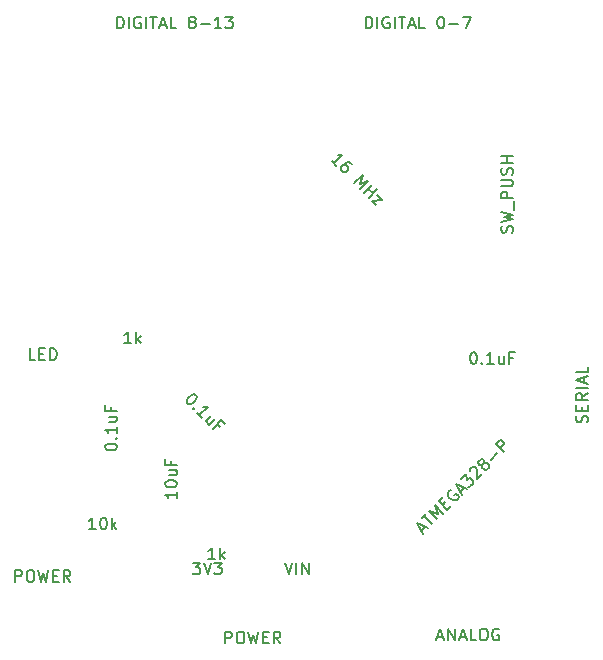
<source format=gbr>
G04 #@! TF.FileFunction,Other,Fab,Top*
%FSLAX46Y46*%
G04 Gerber Fmt 4.6, Leading zero omitted, Abs format (unit mm)*
G04 Created by KiCad (PCBNEW 4.0.3+e1-6302~38~ubuntu16.04.1-stable) date Mon Aug  8 19:29:20 2016*
%MOMM*%
%LPD*%
G01*
G04 APERTURE LIST*
%ADD10C,0.100000*%
%ADD11C,0.150000*%
G04 APERTURE END LIST*
D10*
D11*
X153978138Y-118672566D02*
X154314856Y-118335848D01*
X154112825Y-118941940D02*
X153641420Y-117999131D01*
X154584229Y-118470535D01*
X154011810Y-117628741D02*
X154415871Y-117224680D01*
X154920947Y-118133818D02*
X154213840Y-117426711D01*
X155358680Y-117696085D02*
X154651573Y-116988978D01*
X155392352Y-117258352D01*
X155122978Y-116517573D01*
X155830084Y-117224680D01*
X155796412Y-116517573D02*
X156032115Y-116281870D01*
X156503519Y-116551245D02*
X156166802Y-116887963D01*
X155459695Y-116180856D01*
X155796413Y-115844138D01*
X156503519Y-115204375D02*
X156402504Y-115238046D01*
X156301489Y-115339062D01*
X156234145Y-115473749D01*
X156234145Y-115608436D01*
X156267817Y-115709451D01*
X156368832Y-115877810D01*
X156469848Y-115978826D01*
X156638206Y-116079841D01*
X156739222Y-116113513D01*
X156873908Y-116113513D01*
X157008596Y-116046168D01*
X157075939Y-115978825D01*
X157143283Y-115844138D01*
X157143283Y-115776795D01*
X156907581Y-115541093D01*
X156772894Y-115675779D01*
X157277970Y-115372734D02*
X157614688Y-115036016D01*
X157412657Y-115642108D02*
X156941252Y-114699299D01*
X157884061Y-115170703D01*
X157345313Y-114295238D02*
X157783046Y-113857505D01*
X157816717Y-114362581D01*
X157917733Y-114261565D01*
X158018748Y-114227894D01*
X158086092Y-114227894D01*
X158187107Y-114261566D01*
X158355466Y-114429925D01*
X158389138Y-114530940D01*
X158389138Y-114598283D01*
X158355466Y-114699298D01*
X158153435Y-114901329D01*
X158052420Y-114935001D01*
X157985076Y-114935001D01*
X158119763Y-113655474D02*
X158119763Y-113588131D01*
X158153435Y-113487116D01*
X158321794Y-113318756D01*
X158422810Y-113285085D01*
X158490153Y-113285085D01*
X158591168Y-113318756D01*
X158658512Y-113386100D01*
X158725855Y-113520787D01*
X158725855Y-114328909D01*
X159163588Y-113891176D01*
X159163587Y-113083054D02*
X159062572Y-113116726D01*
X158995229Y-113116726D01*
X158894214Y-113083054D01*
X158860542Y-113049383D01*
X158826870Y-112948368D01*
X158826870Y-112881024D01*
X158860542Y-112780009D01*
X158995229Y-112645321D01*
X159096245Y-112611650D01*
X159163588Y-112611650D01*
X159264603Y-112645321D01*
X159298275Y-112678993D01*
X159331947Y-112780008D01*
X159331947Y-112847352D01*
X159298275Y-112948367D01*
X159163587Y-113083054D01*
X159129916Y-113184070D01*
X159129916Y-113251413D01*
X159163588Y-113352429D01*
X159298275Y-113487116D01*
X159399290Y-113520787D01*
X159466633Y-113520787D01*
X159567649Y-113487116D01*
X159702336Y-113352428D01*
X159736008Y-113251413D01*
X159736008Y-113184070D01*
X159702336Y-113083054D01*
X159567649Y-112948368D01*
X159466633Y-112914695D01*
X159399290Y-112914695D01*
X159298275Y-112948367D01*
X159870695Y-112645322D02*
X160409443Y-112106574D01*
X161015534Y-112039230D02*
X160308427Y-111332124D01*
X160577802Y-111062749D01*
X160678817Y-111029077D01*
X160746160Y-111029077D01*
X160847175Y-111062749D01*
X160948190Y-111163764D01*
X160981862Y-111264780D01*
X160981862Y-111332123D01*
X160948190Y-111433138D01*
X160678816Y-111702513D01*
X127214381Y-111624857D02*
X127214381Y-111529618D01*
X127262000Y-111434380D01*
X127309619Y-111386761D01*
X127404857Y-111339142D01*
X127595333Y-111291523D01*
X127833429Y-111291523D01*
X128023905Y-111339142D01*
X128119143Y-111386761D01*
X128166762Y-111434380D01*
X128214381Y-111529618D01*
X128214381Y-111624857D01*
X128166762Y-111720095D01*
X128119143Y-111767714D01*
X128023905Y-111815333D01*
X127833429Y-111862952D01*
X127595333Y-111862952D01*
X127404857Y-111815333D01*
X127309619Y-111767714D01*
X127262000Y-111720095D01*
X127214381Y-111624857D01*
X128119143Y-110862952D02*
X128166762Y-110815333D01*
X128214381Y-110862952D01*
X128166762Y-110910571D01*
X128119143Y-110862952D01*
X128214381Y-110862952D01*
X128214381Y-109862952D02*
X128214381Y-110434381D01*
X128214381Y-110148667D02*
X127214381Y-110148667D01*
X127357238Y-110243905D01*
X127452476Y-110339143D01*
X127500095Y-110434381D01*
X127547714Y-109005809D02*
X128214381Y-109005809D01*
X127547714Y-109434381D02*
X128071524Y-109434381D01*
X128166762Y-109386762D01*
X128214381Y-109291524D01*
X128214381Y-109148666D01*
X128166762Y-109053428D01*
X128119143Y-109005809D01*
X127690571Y-108196285D02*
X127690571Y-108529619D01*
X128214381Y-108529619D02*
X127214381Y-108529619D01*
X127214381Y-108053428D01*
X133296921Y-115371428D02*
X133296921Y-115942857D01*
X133296921Y-115657143D02*
X132296921Y-115657143D01*
X132439778Y-115752381D01*
X132535016Y-115847619D01*
X132582635Y-115942857D01*
X132296921Y-114752381D02*
X132296921Y-114657142D01*
X132344540Y-114561904D01*
X132392159Y-114514285D01*
X132487397Y-114466666D01*
X132677873Y-114419047D01*
X132915969Y-114419047D01*
X133106445Y-114466666D01*
X133201683Y-114514285D01*
X133249302Y-114561904D01*
X133296921Y-114657142D01*
X133296921Y-114752381D01*
X133249302Y-114847619D01*
X133201683Y-114895238D01*
X133106445Y-114942857D01*
X132915969Y-114990476D01*
X132677873Y-114990476D01*
X132487397Y-114942857D01*
X132392159Y-114895238D01*
X132344540Y-114847619D01*
X132296921Y-114752381D01*
X132630254Y-113561904D02*
X133296921Y-113561904D01*
X132630254Y-113990476D02*
X133154064Y-113990476D01*
X133249302Y-113942857D01*
X133296921Y-113847619D01*
X133296921Y-113704761D01*
X133249302Y-113609523D01*
X133201683Y-113561904D01*
X132773111Y-112752380D02*
X132773111Y-113085714D01*
X133296921Y-113085714D02*
X132296921Y-113085714D01*
X132296921Y-112609523D01*
X158357143Y-103552381D02*
X158452382Y-103552381D01*
X158547620Y-103600000D01*
X158595239Y-103647619D01*
X158642858Y-103742857D01*
X158690477Y-103933333D01*
X158690477Y-104171429D01*
X158642858Y-104361905D01*
X158595239Y-104457143D01*
X158547620Y-104504762D01*
X158452382Y-104552381D01*
X158357143Y-104552381D01*
X158261905Y-104504762D01*
X158214286Y-104457143D01*
X158166667Y-104361905D01*
X158119048Y-104171429D01*
X158119048Y-103933333D01*
X158166667Y-103742857D01*
X158214286Y-103647619D01*
X158261905Y-103600000D01*
X158357143Y-103552381D01*
X159119048Y-104457143D02*
X159166667Y-104504762D01*
X159119048Y-104552381D01*
X159071429Y-104504762D01*
X159119048Y-104457143D01*
X159119048Y-104552381D01*
X160119048Y-104552381D02*
X159547619Y-104552381D01*
X159833333Y-104552381D02*
X159833333Y-103552381D01*
X159738095Y-103695238D01*
X159642857Y-103790476D01*
X159547619Y-103838095D01*
X160976191Y-103885714D02*
X160976191Y-104552381D01*
X160547619Y-103885714D02*
X160547619Y-104409524D01*
X160595238Y-104504762D01*
X160690476Y-104552381D01*
X160833334Y-104552381D01*
X160928572Y-104504762D01*
X160976191Y-104457143D01*
X161785715Y-104028571D02*
X161452381Y-104028571D01*
X161452381Y-104552381D02*
X161452381Y-103552381D01*
X161928572Y-103552381D01*
X121307143Y-104232381D02*
X120830952Y-104232381D01*
X120830952Y-103232381D01*
X121640476Y-103708571D02*
X121973810Y-103708571D01*
X122116667Y-104232381D02*
X121640476Y-104232381D01*
X121640476Y-103232381D01*
X122116667Y-103232381D01*
X122545238Y-104232381D02*
X122545238Y-103232381D01*
X122783333Y-103232381D01*
X122926191Y-103280000D01*
X123021429Y-103375238D01*
X123069048Y-103470476D01*
X123116667Y-103660952D01*
X123116667Y-103803810D01*
X123069048Y-103994286D01*
X123021429Y-104089524D01*
X122926191Y-104184762D01*
X122783333Y-104232381D01*
X122545238Y-104232381D01*
X119610476Y-123007381D02*
X119610476Y-122007381D01*
X119991429Y-122007381D01*
X120086667Y-122055000D01*
X120134286Y-122102619D01*
X120181905Y-122197857D01*
X120181905Y-122340714D01*
X120134286Y-122435952D01*
X120086667Y-122483571D01*
X119991429Y-122531190D01*
X119610476Y-122531190D01*
X120800952Y-122007381D02*
X120991429Y-122007381D01*
X121086667Y-122055000D01*
X121181905Y-122150238D01*
X121229524Y-122340714D01*
X121229524Y-122674048D01*
X121181905Y-122864524D01*
X121086667Y-122959762D01*
X120991429Y-123007381D01*
X120800952Y-123007381D01*
X120705714Y-122959762D01*
X120610476Y-122864524D01*
X120562857Y-122674048D01*
X120562857Y-122340714D01*
X120610476Y-122150238D01*
X120705714Y-122055000D01*
X120800952Y-122007381D01*
X121562857Y-122007381D02*
X121800952Y-123007381D01*
X121991429Y-122293095D01*
X122181905Y-123007381D01*
X122420000Y-122007381D01*
X122800952Y-122483571D02*
X123134286Y-122483571D01*
X123277143Y-123007381D02*
X122800952Y-123007381D01*
X122800952Y-122007381D01*
X123277143Y-122007381D01*
X124277143Y-123007381D02*
X123943809Y-122531190D01*
X123705714Y-123007381D02*
X123705714Y-122007381D01*
X124086667Y-122007381D01*
X124181905Y-122055000D01*
X124229524Y-122102619D01*
X124277143Y-122197857D01*
X124277143Y-122340714D01*
X124229524Y-122435952D01*
X124181905Y-122483571D01*
X124086667Y-122531190D01*
X123705714Y-122531190D01*
X137390476Y-128214381D02*
X137390476Y-127214381D01*
X137771429Y-127214381D01*
X137866667Y-127262000D01*
X137914286Y-127309619D01*
X137961905Y-127404857D01*
X137961905Y-127547714D01*
X137914286Y-127642952D01*
X137866667Y-127690571D01*
X137771429Y-127738190D01*
X137390476Y-127738190D01*
X138580952Y-127214381D02*
X138771429Y-127214381D01*
X138866667Y-127262000D01*
X138961905Y-127357238D01*
X139009524Y-127547714D01*
X139009524Y-127881048D01*
X138961905Y-128071524D01*
X138866667Y-128166762D01*
X138771429Y-128214381D01*
X138580952Y-128214381D01*
X138485714Y-128166762D01*
X138390476Y-128071524D01*
X138342857Y-127881048D01*
X138342857Y-127547714D01*
X138390476Y-127357238D01*
X138485714Y-127262000D01*
X138580952Y-127214381D01*
X139342857Y-127214381D02*
X139580952Y-128214381D01*
X139771429Y-127500095D01*
X139961905Y-128214381D01*
X140200000Y-127214381D01*
X140580952Y-127690571D02*
X140914286Y-127690571D01*
X141057143Y-128214381D02*
X140580952Y-128214381D01*
X140580952Y-127214381D01*
X141057143Y-127214381D01*
X142057143Y-128214381D02*
X141723809Y-127738190D01*
X141485714Y-128214381D02*
X141485714Y-127214381D01*
X141866667Y-127214381D01*
X141961905Y-127262000D01*
X142009524Y-127309619D01*
X142057143Y-127404857D01*
X142057143Y-127547714D01*
X142009524Y-127642952D01*
X141961905Y-127690571D01*
X141866667Y-127738190D01*
X141485714Y-127738190D01*
X155368952Y-127674667D02*
X155845143Y-127674667D01*
X155273714Y-127960381D02*
X155607047Y-126960381D01*
X155940381Y-127960381D01*
X156273714Y-127960381D02*
X156273714Y-126960381D01*
X156845143Y-127960381D01*
X156845143Y-126960381D01*
X157273714Y-127674667D02*
X157749905Y-127674667D01*
X157178476Y-127960381D02*
X157511809Y-126960381D01*
X157845143Y-127960381D01*
X158654667Y-127960381D02*
X158178476Y-127960381D01*
X158178476Y-126960381D01*
X159178476Y-126960381D02*
X159368953Y-126960381D01*
X159464191Y-127008000D01*
X159559429Y-127103238D01*
X159607048Y-127293714D01*
X159607048Y-127627048D01*
X159559429Y-127817524D01*
X159464191Y-127912762D01*
X159368953Y-127960381D01*
X159178476Y-127960381D01*
X159083238Y-127912762D01*
X158988000Y-127817524D01*
X158940381Y-127627048D01*
X158940381Y-127293714D01*
X158988000Y-127103238D01*
X159083238Y-127008000D01*
X159178476Y-126960381D01*
X160559429Y-127008000D02*
X160464191Y-126960381D01*
X160321334Y-126960381D01*
X160178476Y-127008000D01*
X160083238Y-127103238D01*
X160035619Y-127198476D01*
X159988000Y-127388952D01*
X159988000Y-127531810D01*
X160035619Y-127722286D01*
X160083238Y-127817524D01*
X160178476Y-127912762D01*
X160321334Y-127960381D01*
X160416572Y-127960381D01*
X160559429Y-127912762D01*
X160607048Y-127865143D01*
X160607048Y-127531810D01*
X160416572Y-127531810D01*
X168044762Y-109497524D02*
X168092381Y-109354667D01*
X168092381Y-109116571D01*
X168044762Y-109021333D01*
X167997143Y-108973714D01*
X167901905Y-108926095D01*
X167806667Y-108926095D01*
X167711429Y-108973714D01*
X167663810Y-109021333D01*
X167616190Y-109116571D01*
X167568571Y-109307048D01*
X167520952Y-109402286D01*
X167473333Y-109449905D01*
X167378095Y-109497524D01*
X167282857Y-109497524D01*
X167187619Y-109449905D01*
X167140000Y-109402286D01*
X167092381Y-109307048D01*
X167092381Y-109068952D01*
X167140000Y-108926095D01*
X167568571Y-108497524D02*
X167568571Y-108164190D01*
X168092381Y-108021333D02*
X168092381Y-108497524D01*
X167092381Y-108497524D01*
X167092381Y-108021333D01*
X168092381Y-107021333D02*
X167616190Y-107354667D01*
X168092381Y-107592762D02*
X167092381Y-107592762D01*
X167092381Y-107211809D01*
X167140000Y-107116571D01*
X167187619Y-107068952D01*
X167282857Y-107021333D01*
X167425714Y-107021333D01*
X167520952Y-107068952D01*
X167568571Y-107116571D01*
X167616190Y-107211809D01*
X167616190Y-107592762D01*
X168092381Y-106592762D02*
X167092381Y-106592762D01*
X167806667Y-106164191D02*
X167806667Y-105688000D01*
X168092381Y-106259429D02*
X167092381Y-105926096D01*
X168092381Y-105592762D01*
X168092381Y-104783238D02*
X168092381Y-105259429D01*
X167092381Y-105259429D01*
X149265238Y-76144381D02*
X149265238Y-75144381D01*
X149503333Y-75144381D01*
X149646191Y-75192000D01*
X149741429Y-75287238D01*
X149789048Y-75382476D01*
X149836667Y-75572952D01*
X149836667Y-75715810D01*
X149789048Y-75906286D01*
X149741429Y-76001524D01*
X149646191Y-76096762D01*
X149503333Y-76144381D01*
X149265238Y-76144381D01*
X150265238Y-76144381D02*
X150265238Y-75144381D01*
X151265238Y-75192000D02*
X151170000Y-75144381D01*
X151027143Y-75144381D01*
X150884285Y-75192000D01*
X150789047Y-75287238D01*
X150741428Y-75382476D01*
X150693809Y-75572952D01*
X150693809Y-75715810D01*
X150741428Y-75906286D01*
X150789047Y-76001524D01*
X150884285Y-76096762D01*
X151027143Y-76144381D01*
X151122381Y-76144381D01*
X151265238Y-76096762D01*
X151312857Y-76049143D01*
X151312857Y-75715810D01*
X151122381Y-75715810D01*
X151741428Y-76144381D02*
X151741428Y-75144381D01*
X152074761Y-75144381D02*
X152646190Y-75144381D01*
X152360475Y-76144381D02*
X152360475Y-75144381D01*
X152931904Y-75858667D02*
X153408095Y-75858667D01*
X152836666Y-76144381D02*
X153169999Y-75144381D01*
X153503333Y-76144381D01*
X154312857Y-76144381D02*
X153836666Y-76144381D01*
X153836666Y-75144381D01*
X155598571Y-75144381D02*
X155693810Y-75144381D01*
X155789048Y-75192000D01*
X155836667Y-75239619D01*
X155884286Y-75334857D01*
X155931905Y-75525333D01*
X155931905Y-75763429D01*
X155884286Y-75953905D01*
X155836667Y-76049143D01*
X155789048Y-76096762D01*
X155693810Y-76144381D01*
X155598571Y-76144381D01*
X155503333Y-76096762D01*
X155455714Y-76049143D01*
X155408095Y-75953905D01*
X155360476Y-75763429D01*
X155360476Y-75525333D01*
X155408095Y-75334857D01*
X155455714Y-75239619D01*
X155503333Y-75192000D01*
X155598571Y-75144381D01*
X156360476Y-75763429D02*
X157122381Y-75763429D01*
X157503333Y-75144381D02*
X158170000Y-75144381D01*
X157741428Y-76144381D01*
X128215048Y-76144381D02*
X128215048Y-75144381D01*
X128453143Y-75144381D01*
X128596001Y-75192000D01*
X128691239Y-75287238D01*
X128738858Y-75382476D01*
X128786477Y-75572952D01*
X128786477Y-75715810D01*
X128738858Y-75906286D01*
X128691239Y-76001524D01*
X128596001Y-76096762D01*
X128453143Y-76144381D01*
X128215048Y-76144381D01*
X129215048Y-76144381D02*
X129215048Y-75144381D01*
X130215048Y-75192000D02*
X130119810Y-75144381D01*
X129976953Y-75144381D01*
X129834095Y-75192000D01*
X129738857Y-75287238D01*
X129691238Y-75382476D01*
X129643619Y-75572952D01*
X129643619Y-75715810D01*
X129691238Y-75906286D01*
X129738857Y-76001524D01*
X129834095Y-76096762D01*
X129976953Y-76144381D01*
X130072191Y-76144381D01*
X130215048Y-76096762D01*
X130262667Y-76049143D01*
X130262667Y-75715810D01*
X130072191Y-75715810D01*
X130691238Y-76144381D02*
X130691238Y-75144381D01*
X131024571Y-75144381D02*
X131596000Y-75144381D01*
X131310285Y-76144381D02*
X131310285Y-75144381D01*
X131881714Y-75858667D02*
X132357905Y-75858667D01*
X131786476Y-76144381D02*
X132119809Y-75144381D01*
X132453143Y-76144381D01*
X133262667Y-76144381D02*
X132786476Y-76144381D01*
X132786476Y-75144381D01*
X134500762Y-75572952D02*
X134405524Y-75525333D01*
X134357905Y-75477714D01*
X134310286Y-75382476D01*
X134310286Y-75334857D01*
X134357905Y-75239619D01*
X134405524Y-75192000D01*
X134500762Y-75144381D01*
X134691239Y-75144381D01*
X134786477Y-75192000D01*
X134834096Y-75239619D01*
X134881715Y-75334857D01*
X134881715Y-75382476D01*
X134834096Y-75477714D01*
X134786477Y-75525333D01*
X134691239Y-75572952D01*
X134500762Y-75572952D01*
X134405524Y-75620571D01*
X134357905Y-75668190D01*
X134310286Y-75763429D01*
X134310286Y-75953905D01*
X134357905Y-76049143D01*
X134405524Y-76096762D01*
X134500762Y-76144381D01*
X134691239Y-76144381D01*
X134786477Y-76096762D01*
X134834096Y-76049143D01*
X134881715Y-75953905D01*
X134881715Y-75763429D01*
X134834096Y-75668190D01*
X134786477Y-75620571D01*
X134691239Y-75572952D01*
X135310286Y-75763429D02*
X136072191Y-75763429D01*
X137072191Y-76144381D02*
X136500762Y-76144381D01*
X136786476Y-76144381D02*
X136786476Y-75144381D01*
X136691238Y-75287238D01*
X136596000Y-75382476D01*
X136500762Y-75430095D01*
X137405524Y-75144381D02*
X138024572Y-75144381D01*
X137691238Y-75525333D01*
X137834096Y-75525333D01*
X137929334Y-75572952D01*
X137976953Y-75620571D01*
X138024572Y-75715810D01*
X138024572Y-75953905D01*
X137976953Y-76049143D01*
X137929334Y-76096762D01*
X137834096Y-76144381D01*
X137548381Y-76144381D01*
X137453143Y-76096762D01*
X137405524Y-76049143D01*
X134651905Y-121372381D02*
X135270953Y-121372381D01*
X134937619Y-121753333D01*
X135080477Y-121753333D01*
X135175715Y-121800952D01*
X135223334Y-121848571D01*
X135270953Y-121943810D01*
X135270953Y-122181905D01*
X135223334Y-122277143D01*
X135175715Y-122324762D01*
X135080477Y-122372381D01*
X134794762Y-122372381D01*
X134699524Y-122324762D01*
X134651905Y-122277143D01*
X135556667Y-121372381D02*
X135890000Y-122372381D01*
X136223334Y-121372381D01*
X136461429Y-121372381D02*
X137080477Y-121372381D01*
X136747143Y-121753333D01*
X136890001Y-121753333D01*
X136985239Y-121800952D01*
X137032858Y-121848571D01*
X137080477Y-121943810D01*
X137080477Y-122181905D01*
X137032858Y-122277143D01*
X136985239Y-122324762D01*
X136890001Y-122372381D01*
X136604286Y-122372381D01*
X136509048Y-122324762D01*
X136461429Y-122277143D01*
X142414762Y-121372381D02*
X142748095Y-122372381D01*
X143081429Y-121372381D01*
X143414762Y-122372381D02*
X143414762Y-121372381D01*
X143890952Y-122372381D02*
X143890952Y-121372381D01*
X144462381Y-122372381D01*
X144462381Y-121372381D01*
X129420953Y-102814381D02*
X128849524Y-102814381D01*
X129135238Y-102814381D02*
X129135238Y-101814381D01*
X129040000Y-101957238D01*
X128944762Y-102052476D01*
X128849524Y-102100095D01*
X129849524Y-102814381D02*
X129849524Y-101814381D01*
X129944762Y-102433429D02*
X130230477Y-102814381D01*
X130230477Y-102147714D02*
X129849524Y-102528667D01*
X136532953Y-121102381D02*
X135961524Y-121102381D01*
X136247238Y-121102381D02*
X136247238Y-120102381D01*
X136152000Y-120245238D01*
X136056762Y-120340476D01*
X135961524Y-120388095D01*
X136961524Y-121102381D02*
X136961524Y-120102381D01*
X137056762Y-120721429D02*
X137342477Y-121102381D01*
X137342477Y-120435714D02*
X136961524Y-120816667D01*
X126404762Y-118562381D02*
X125833333Y-118562381D01*
X126119047Y-118562381D02*
X126119047Y-117562381D01*
X126023809Y-117705238D01*
X125928571Y-117800476D01*
X125833333Y-117848095D01*
X127023809Y-117562381D02*
X127119048Y-117562381D01*
X127214286Y-117610000D01*
X127261905Y-117657619D01*
X127309524Y-117752857D01*
X127357143Y-117943333D01*
X127357143Y-118181429D01*
X127309524Y-118371905D01*
X127261905Y-118467143D01*
X127214286Y-118514762D01*
X127119048Y-118562381D01*
X127023809Y-118562381D01*
X126928571Y-118514762D01*
X126880952Y-118467143D01*
X126833333Y-118371905D01*
X126785714Y-118181429D01*
X126785714Y-117943333D01*
X126833333Y-117752857D01*
X126880952Y-117657619D01*
X126928571Y-117610000D01*
X127023809Y-117562381D01*
X127785714Y-118562381D02*
X127785714Y-117562381D01*
X127880952Y-118181429D02*
X128166667Y-118562381D01*
X128166667Y-117895714D02*
X127785714Y-118276667D01*
X161694762Y-93431905D02*
X161742381Y-93289048D01*
X161742381Y-93050952D01*
X161694762Y-92955714D01*
X161647143Y-92908095D01*
X161551905Y-92860476D01*
X161456667Y-92860476D01*
X161361429Y-92908095D01*
X161313810Y-92955714D01*
X161266190Y-93050952D01*
X161218571Y-93241429D01*
X161170952Y-93336667D01*
X161123333Y-93384286D01*
X161028095Y-93431905D01*
X160932857Y-93431905D01*
X160837619Y-93384286D01*
X160790000Y-93336667D01*
X160742381Y-93241429D01*
X160742381Y-93003333D01*
X160790000Y-92860476D01*
X160742381Y-92527143D02*
X161742381Y-92289048D01*
X161028095Y-92098571D01*
X161742381Y-91908095D01*
X160742381Y-91670000D01*
X161837619Y-91527143D02*
X161837619Y-90765238D01*
X161742381Y-90527143D02*
X160742381Y-90527143D01*
X160742381Y-90146190D01*
X160790000Y-90050952D01*
X160837619Y-90003333D01*
X160932857Y-89955714D01*
X161075714Y-89955714D01*
X161170952Y-90003333D01*
X161218571Y-90050952D01*
X161266190Y-90146190D01*
X161266190Y-90527143D01*
X160742381Y-89527143D02*
X161551905Y-89527143D01*
X161647143Y-89479524D01*
X161694762Y-89431905D01*
X161742381Y-89336667D01*
X161742381Y-89146190D01*
X161694762Y-89050952D01*
X161647143Y-89003333D01*
X161551905Y-88955714D01*
X160742381Y-88955714D01*
X161694762Y-88527143D02*
X161742381Y-88384286D01*
X161742381Y-88146190D01*
X161694762Y-88050952D01*
X161647143Y-88003333D01*
X161551905Y-87955714D01*
X161456667Y-87955714D01*
X161361429Y-88003333D01*
X161313810Y-88050952D01*
X161266190Y-88146190D01*
X161218571Y-88336667D01*
X161170952Y-88431905D01*
X161123333Y-88479524D01*
X161028095Y-88527143D01*
X160932857Y-88527143D01*
X160837619Y-88479524D01*
X160790000Y-88431905D01*
X160742381Y-88336667D01*
X160742381Y-88098571D01*
X160790000Y-87955714D01*
X161742381Y-87527143D02*
X160742381Y-87527143D01*
X161218571Y-87527143D02*
X161218571Y-86955714D01*
X161742381Y-86955714D02*
X160742381Y-86955714D01*
X146805398Y-87755160D02*
X146401336Y-87351099D01*
X146603367Y-87553129D02*
X147310473Y-86846022D01*
X147142115Y-86879694D01*
X147007428Y-86879694D01*
X146906413Y-86846022D01*
X148118596Y-87654145D02*
X147983908Y-87519457D01*
X147882893Y-87485785D01*
X147815550Y-87485785D01*
X147647191Y-87519457D01*
X147478833Y-87620472D01*
X147209458Y-87889847D01*
X147175786Y-87990862D01*
X147175786Y-88058205D01*
X147209458Y-88159221D01*
X147344146Y-88293908D01*
X147445161Y-88327580D01*
X147512504Y-88327580D01*
X147613519Y-88293908D01*
X147781878Y-88125549D01*
X147815550Y-88024534D01*
X147815550Y-87957190D01*
X147781879Y-87856175D01*
X147647191Y-87721487D01*
X147546176Y-87687816D01*
X147478833Y-87687816D01*
X147377817Y-87721488D01*
X148320626Y-89270389D02*
X149027733Y-88563282D01*
X148758359Y-89304061D01*
X149499138Y-89034687D01*
X148792031Y-89741793D01*
X149128748Y-90078511D02*
X149835855Y-89371404D01*
X149499138Y-89708121D02*
X149903199Y-90112182D01*
X149532810Y-90482572D02*
X150239916Y-89775465D01*
X150273588Y-90280541D02*
X150643978Y-90650930D01*
X149802183Y-90751946D01*
X150172573Y-91122335D01*
X134866667Y-107147750D02*
X134934011Y-107215094D01*
X134967683Y-107316109D01*
X134967683Y-107383452D01*
X134934011Y-107484467D01*
X134832996Y-107652826D01*
X134664636Y-107821185D01*
X134496278Y-107922200D01*
X134395263Y-107955872D01*
X134327919Y-107955872D01*
X134226904Y-107922200D01*
X134159560Y-107854856D01*
X134125888Y-107753841D01*
X134125888Y-107686498D01*
X134159560Y-107585483D01*
X134260575Y-107417124D01*
X134428934Y-107248765D01*
X134597293Y-107147750D01*
X134698308Y-107114078D01*
X134765652Y-107114078D01*
X134866667Y-107147750D01*
X134765652Y-108326261D02*
X134765652Y-108393605D01*
X134698308Y-108393605D01*
X134698308Y-108326261D01*
X134765652Y-108326261D01*
X134698308Y-108393605D01*
X135405415Y-109100711D02*
X135001354Y-108696650D01*
X135203384Y-108898680D02*
X135910491Y-108191574D01*
X135742132Y-108225245D01*
X135607445Y-108225245D01*
X135506430Y-108191574D01*
X136482911Y-109235398D02*
X136011507Y-109706803D01*
X136179865Y-108932352D02*
X135809476Y-109302742D01*
X135775804Y-109403757D01*
X135809476Y-109504772D01*
X135910491Y-109605788D01*
X136011507Y-109639460D01*
X136078850Y-109639460D01*
X136954316Y-109908833D02*
X136718613Y-109673131D01*
X136348224Y-110043520D02*
X137055331Y-109336413D01*
X137392048Y-109673131D01*
M02*

</source>
